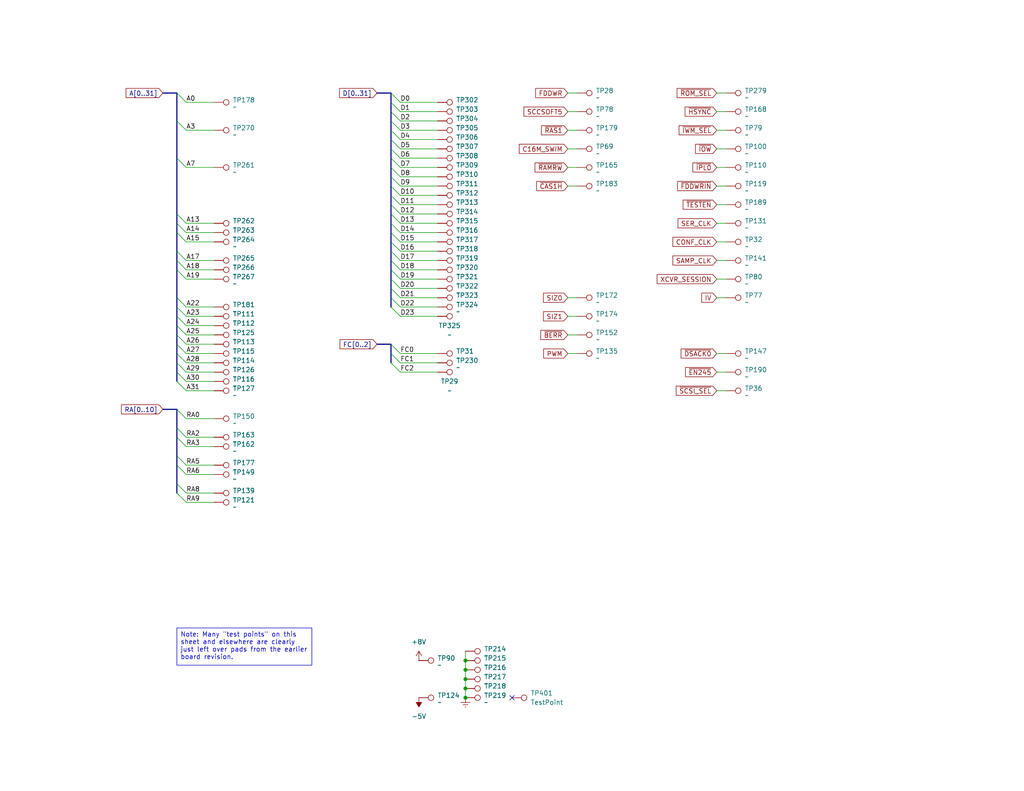
<source format=kicad_sch>
(kicad_sch (version 20250114) (generator "eeschema") (generator_version "9.0")
  (paper "USLetter")
  (title_block (title "Macintosh Classic II Revision B") (date "2025-06-04") (company "Apple Computer") (comment 1 "drawn by Bradley Bell"))
  (lib_symbols
    (symbol "Connector:TestPoint" (pin_numbers (hide yes)) (pin_names (offset 0.762) (hide yes))
      (property "Reference" "TP" (at 0 6.858 0))
      (property "Value" "TestPoint" (at 0 5.08 0))
      (symbol "TestPoint_0_1"
        (circle (center 0 3.302) (radius 0.762))
      )
      (symbol "TestPoint_1_1"
        (pin passive line (at 0 0 90) (length 2.54) (name "1") (number "1"))
      )
    )
    (symbol "power:+8V" (power) (pin_numbers (hide yes)) (pin_names (offset 0) (hide yes))
      (property "Value" "+8V" (at 0 3.556 0))
      (symbol "+8V_0_1"
        (polyline (pts (xy -0.762 1.27) (xy 0 2.54)))
        (polyline (pts (xy 0 2.54) (xy 0.762 1.27)))
        (polyline (pts (xy 0 0) (xy 0 2.54)))
      )
      (symbol "+8V_1_1"
        (pin power_in line (at 0 0 90) (length 0) (name "~") (number "1"))
      )
    )
    (symbol "power:-5V" (power) (pin_numbers (hide yes)) (pin_names (offset 0) (hide yes))
      (property "Value" "-5V" (at 0 3.556 0))
      (symbol "-5V_0_0"
        (pin power_in line (at 0 0 90) (length 0) (name "~") (number "1"))
      )
      (symbol "-5V_0_1"
        (polyline (pts (xy 0 0) (xy 0 1.27) (xy 0.762 1.27) (xy 0 2.54) (xy -0.762 1.27) (xy 0 1.27)) (fill (type outline)))
      )
    )
    (symbol "power:GNDREF" (power) (pin_numbers (hide yes)) (pin_names (offset 0) (hide yes))
      (property "Value" "GNDREF" (at 0 -3.81 0))
      (symbol "GNDREF_0_1"
        (polyline (pts (xy -0.635 -1.905) (xy 0.635 -1.905)))
        (polyline (pts (xy -0.127 -2.54) (xy 0.127 -2.54)))
        (polyline (pts (xy 0 -1.27) (xy 0 0)))
        (polyline (pts (xy 1.27 -1.27) (xy -1.27 -1.27)))
      )
      (symbol "GNDREF_1_1"
        (pin power_in line (at 0 0 270) (length 0) (name "~") (number "1"))
      )
    )
  )
  (text_box "Note: Many \"test points\" on this sheet and elsewhere are clearly just left over pads from the earlier board revision." (at 48.26 171.45 0) (size 36.83 10.16) (margins 0.9525 0.9525 0.9525 0.9525) (effects (font (size 1.27 1.27)) (justify left top)))
  (junction (at 127 180.34))
  (junction (at 127 190.5))
  (junction (at 127 187.96))
  (junction (at 127 185.42))
  (junction (at 127 182.88))
  (no_connect (at 139.7 190.5))
  (bus_entry (at 109.22 101.6) (size -2.54 -2.54))
  (bus_entry (at 109.22 68.58) (size -2.54 -2.54))
  (bus_entry (at 109.22 35.56) (size -2.54 -2.54))
  (bus_entry (at 109.22 40.64) (size -2.54 -2.54))
  (bus_entry (at 48.26 25.4) (size 2.54 2.54))
  (bus_entry (at 109.22 81.28) (size -2.54 -2.54))
  (bus_entry (at 50.8 134.62) (size -2.54 -2.54))
  (bus_entry (at 109.22 76.2) (size -2.54 -2.54))
  (bus_entry (at 50.8 114.3) (size -2.54 -2.54))
  (bus_entry (at 109.22 43.18) (size -2.54 -2.54))
  (bus_entry (at 48.26 73.66) (size 2.54 2.54))
  (bus_entry (at 48.26 81.28) (size 2.54 2.54))
  (bus_entry (at 109.22 86.36) (size -2.54 -2.54))
  (bus_entry (at 48.26 104.14) (size 2.54 2.54))
  (bus_entry (at 48.26 63.5) (size 2.54 2.54))
  (bus_entry (at 109.22 55.88) (size -2.54 -2.54))
  (bus_entry (at 48.26 68.58) (size 2.54 2.54))
  (bus_entry (at 48.26 96.52) (size 2.54 2.54))
  (bus_entry (at 109.22 96.52) (size -2.54 -2.54))
  (bus_entry (at 109.22 60.96) (size -2.54 -2.54))
  (bus_entry (at 109.22 53.34) (size -2.54 -2.54))
  (bus_entry (at 109.22 50.8) (size -2.54 -2.54))
  (bus_entry (at 50.8 121.92) (size -2.54 -2.54))
  (bus_entry (at 109.22 38.1) (size -2.54 -2.54))
  (bus_entry (at 48.26 60.96) (size 2.54 2.54))
  (bus_entry (at 48.26 101.6) (size 2.54 2.54))
  (bus_entry (at 109.22 58.42) (size -2.54 -2.54))
  (bus_entry (at 48.26 99.06) (size 2.54 2.54))
  (bus_entry (at 109.22 71.12) (size -2.54 -2.54))
  (bus_entry (at 48.26 88.9) (size 2.54 2.54))
  (bus_entry (at 109.22 83.82) (size -2.54 -2.54))
  (bus_entry (at 48.26 71.12) (size 2.54 2.54))
  (bus_entry (at 48.26 33.02) (size 2.54 2.54))
  (bus_entry (at 50.8 137.16) (size -2.54 -2.54))
  (bus_entry (at 48.26 86.36) (size 2.54 2.54))
  (bus_entry (at 48.26 58.42) (size 2.54 2.54))
  (bus_entry (at 48.26 43.18) (size 2.54 2.54))
  (bus_entry (at 50.8 127) (size -2.54 -2.54))
  (bus_entry (at 109.22 73.66) (size -2.54 -2.54))
  (bus_entry (at 109.22 78.74) (size -2.54 -2.54))
  (bus_entry (at 109.22 33.02) (size -2.54 -2.54))
  (bus_entry (at 50.8 119.38) (size -2.54 -2.54))
  (bus_entry (at 109.22 63.5) (size -2.54 -2.54))
  (bus_entry (at 109.22 99.06) (size -2.54 -2.54))
  (bus_entry (at 50.8 129.54) (size -2.54 -2.54))
  (bus_entry (at 48.26 93.98) (size 2.54 2.54))
  (bus_entry (at 109.22 27.94) (size -2.54 -2.54))
  (bus_entry (at 48.26 83.82) (size 2.54 2.54))
  (bus_entry (at 109.22 48.26) (size -2.54 -2.54))
  (bus_entry (at 109.22 45.72) (size -2.54 -2.54))
  (bus_entry (at 109.22 30.48) (size -2.54 -2.54))
  (bus_entry (at 48.26 91.44) (size 2.54 2.54))
  (bus_entry (at 109.22 66.04) (size -2.54 -2.54))
  (bus (pts (xy 48.26 73.66) (xy 48.26 81.28)))
  (wire (pts (xy 119.38 99.06) (xy 109.22 99.06)))
  (bus (pts (xy 48.26 86.36) (xy 48.26 83.82)))
  (wire (pts (xy 50.8 129.54) (xy 58.42 129.54)))
  (wire (pts (xy 50.8 114.3) (xy 58.42 114.3)))
  (wire (pts (xy 58.42 106.68) (xy 50.8 106.68)))
  (bus (pts (xy 106.68 68.58) (xy 106.68 66.04)))
  (bus (pts (xy 48.26 104.14) (xy 48.26 101.6)))
  (wire (pts (xy 50.8 134.62) (xy 58.42 134.62)))
  (wire (pts (xy 198.12 25.4) (xy 195.58 25.4)))
  (wire (pts (xy 58.42 104.14) (xy 50.8 104.14)))
  (bus (pts (xy 48.26 96.52) (xy 48.26 93.98)))
  (bus (pts (xy 48.26 111.76) (xy 44.45 111.76)))
  (wire (pts (xy 119.38 45.72) (xy 109.22 45.72)))
  (bus (pts (xy 48.26 63.5) (xy 48.26 68.58)))
  (bus (pts (xy 48.26 101.6) (xy 48.26 99.06)))
  (bus (pts (xy 48.26 73.66) (xy 48.26 71.12)))
  (wire (pts (xy 127 190.5) (xy 127 187.96)))
  (wire (pts (xy 157.48 45.72) (xy 154.94 45.72)))
  (wire (pts (xy 157.48 50.8) (xy 154.94 50.8)))
  (wire (pts (xy 119.38 40.64) (xy 109.22 40.64)))
  (wire (pts (xy 198.12 60.96) (xy 195.58 60.96)))
  (wire (pts (xy 119.38 68.58) (xy 109.22 68.58)))
  (wire (pts (xy 198.12 45.72) (xy 195.58 45.72)))
  (wire (pts (xy 50.8 71.12) (xy 58.42 71.12)))
  (bus (pts (xy 106.68 45.72) (xy 106.68 43.18)))
  (wire (pts (xy 119.38 63.5) (xy 109.22 63.5)))
  (wire (pts (xy 50.8 137.16) (xy 58.42 137.16)))
  (bus (pts (xy 44.45 25.4) (xy 48.26 25.4)))
  (wire (pts (xy 154.94 91.44) (xy 157.48 91.44)))
  (wire (pts (xy 58.42 60.96) (xy 50.8 60.96)))
  (wire (pts (xy 157.48 30.48) (xy 154.94 30.48)))
  (wire (pts (xy 119.38 73.66) (xy 109.22 73.66)))
  (wire (pts (xy 109.22 101.6) (xy 119.38 101.6)))
  (wire (pts (xy 58.42 91.44) (xy 50.8 91.44)))
  (bus (pts (xy 106.68 35.56) (xy 106.68 33.02)))
  (bus (pts (xy 106.68 40.64) (xy 106.68 38.1)))
  (bus (pts (xy 48.26 119.38) (xy 48.26 124.46)))
  (bus (pts (xy 106.68 93.98) (xy 102.87 93.98)))
  (bus (pts (xy 106.68 63.5) (xy 106.68 60.96)))
  (wire (pts (xy 109.22 96.52) (xy 119.38 96.52)))
  (wire (pts (xy 58.42 101.6) (xy 50.8 101.6)))
  (bus (pts (xy 106.68 38.1) (xy 106.68 35.56)))
  (wire (pts (xy 119.38 43.18) (xy 109.22 43.18)))
  (bus (pts (xy 106.68 53.34) (xy 106.68 50.8)))
  (wire (pts (xy 119.38 33.02) (xy 109.22 33.02)))
  (wire (pts (xy 195.58 96.52) (xy 198.12 96.52)))
  (bus (pts (xy 106.68 50.8) (xy 106.68 48.26)))
  (bus (pts (xy 106.68 30.48) (xy 106.68 27.94)))
  (wire (pts (xy 58.42 83.82) (xy 50.8 83.82)))
  (wire (pts (xy 157.48 25.4) (xy 154.94 25.4)))
  (bus (pts (xy 48.26 71.12) (xy 48.26 68.58)))
  (bus (pts (xy 48.26 111.76) (xy 48.26 116.84)))
  (wire (pts (xy 119.38 58.42) (xy 109.22 58.42)))
  (wire (pts (xy 127 187.96) (xy 127 185.42)))
  (bus (pts (xy 48.26 91.44) (xy 48.26 88.9)))
  (wire (pts (xy 119.38 76.2) (xy 109.22 76.2)))
  (wire (pts (xy 119.38 30.48) (xy 109.22 30.48)))
  (wire (pts (xy 119.38 35.56) (xy 109.22 35.56)))
  (wire (pts (xy 198.12 81.28) (xy 195.58 81.28)))
  (wire (pts (xy 127 185.42) (xy 127 182.88)))
  (wire (pts (xy 50.8 121.92) (xy 58.42 121.92)))
  (wire (pts (xy 119.38 86.36) (xy 109.22 86.36)))
  (wire (pts (xy 50.8 63.5) (xy 58.42 63.5)))
  (bus (pts (xy 48.26 60.96) (xy 48.26 58.42)))
  (wire (pts (xy 198.12 101.6) (xy 195.58 101.6)))
  (bus (pts (xy 48.26 63.5) (xy 48.26 60.96)))
  (bus (pts (xy 106.68 96.52) (xy 106.68 93.98)))
  (wire (pts (xy 119.38 48.26) (xy 109.22 48.26)))
  (wire (pts (xy 198.12 71.12) (xy 195.58 71.12)))
  (bus (pts (xy 106.68 48.26) (xy 106.68 45.72)))
  (bus (pts (xy 106.68 33.02) (xy 106.68 30.48)))
  (bus (pts (xy 106.68 55.88) (xy 106.68 53.34)))
  (bus (pts (xy 48.26 99.06) (xy 48.26 96.52)))
  (wire (pts (xy 119.38 66.04) (xy 109.22 66.04)))
  (bus (pts (xy 48.26 93.98) (xy 48.26 91.44)))
  (bus (pts (xy 48.26 25.4) (xy 48.26 33.02)))
  (wire (pts (xy 50.8 119.38) (xy 58.42 119.38)))
  (bus (pts (xy 106.68 73.66) (xy 106.68 71.12)))
  (bus (pts (xy 106.68 27.94) (xy 106.68 25.4)))
  (bus (pts (xy 106.68 76.2) (xy 106.68 73.66)))
  (wire (pts (xy 154.94 35.56) (xy 157.48 35.56)))
  (wire (pts (xy 119.38 53.34) (xy 109.22 53.34)))
  (wire (pts (xy 198.12 106.68) (xy 195.58 106.68)))
  (bus (pts (xy 48.26 134.62) (xy 48.26 132.08)))
  (wire (pts (xy 119.38 38.1) (xy 109.22 38.1)))
  (wire (pts (xy 127 182.88) (xy 127 180.34)))
  (wire (pts (xy 198.12 50.8) (xy 195.58 50.8)))
  (wire (pts (xy 119.38 50.8) (xy 109.22 50.8)))
  (bus (pts (xy 48.26 88.9) (xy 48.26 86.36)))
  (wire (pts (xy 58.42 35.56) (xy 50.8 35.56)))
  (bus (pts (xy 106.68 60.96) (xy 106.68 58.42)))
  (wire (pts (xy 58.42 88.9) (xy 50.8 88.9)))
  (wire (pts (xy 119.38 55.88) (xy 109.22 55.88)))
  (bus (pts (xy 48.26 33.02) (xy 48.26 43.18)))
  (bus (pts (xy 106.68 71.12) (xy 106.68 68.58)))
  (bus (pts (xy 106.68 25.4) (xy 102.87 25.4)))
  (wire (pts (xy 119.38 27.94) (xy 109.22 27.94)))
  (wire (pts (xy 58.42 99.06) (xy 50.8 99.06)))
  (wire (pts (xy 198.12 55.88) (xy 195.58 55.88)))
  (bus (pts (xy 106.68 99.06) (xy 106.68 96.52)))
  (wire (pts (xy 119.38 78.74) (xy 109.22 78.74)))
  (wire (pts (xy 154.94 86.36) (xy 157.48 86.36)))
  (wire (pts (xy 58.42 86.36) (xy 50.8 86.36)))
  (bus (pts (xy 106.68 78.74) (xy 106.68 76.2)))
  (wire (pts (xy 119.38 60.96) (xy 109.22 60.96)))
  (wire (pts (xy 119.38 71.12) (xy 109.22 71.12)))
  (bus (pts (xy 48.26 83.82) (xy 48.26 81.28)))
  (bus (pts (xy 106.68 43.18) (xy 106.68 40.64)))
  (wire (pts (xy 157.48 96.52) (xy 154.94 96.52)))
  (wire (pts (xy 58.42 93.98) (xy 50.8 93.98)))
  (wire (pts (xy 119.38 83.82) (xy 109.22 83.82)))
  (bus (pts (xy 48.26 43.18) (xy 48.26 58.42)))
  (bus (pts (xy 106.68 63.5) (xy 106.68 66.04)))
  (wire (pts (xy 157.48 40.64) (xy 154.94 40.64)))
  (wire (pts (xy 50.8 73.66) (xy 58.42 73.66)))
  (wire (pts (xy 50.8 66.04) (xy 58.42 66.04)))
  (wire (pts (xy 198.12 40.64) (xy 195.58 40.64)))
  (wire (pts (xy 198.12 66.04) (xy 195.58 66.04)))
  (bus (pts (xy 48.26 127) (xy 48.26 132.08)))
  (wire (pts (xy 119.38 81.28) (xy 109.22 81.28)))
  (bus (pts (xy 106.68 83.82) (xy 106.68 81.28)))
  (wire (pts (xy 50.8 127) (xy 58.42 127)))
  (wire (pts (xy 58.42 27.94) (xy 50.8 27.94)))
  (bus (pts (xy 106.68 81.28) (xy 106.68 78.74)))
  (bus (pts (xy 106.68 58.42) (xy 106.68 55.88)))
  (wire (pts (xy 198.12 30.48) (xy 195.58 30.48)))
  (wire (pts (xy 198.12 35.56) (xy 195.58 35.56)))
  (bus (pts (xy 48.26 119.38) (xy 48.26 116.84)))
  (wire (pts (xy 198.12 76.2) (xy 195.58 76.2)))
  (wire (pts (xy 127 180.34) (xy 127 177.8)))
  (bus (pts (xy 48.26 127) (xy 48.26 124.46)))
  (wire (pts (xy 154.94 81.28) (xy 157.48 81.28)))
  (wire (pts (xy 58.42 96.52) (xy 50.8 96.52)))
  (wire (pts (xy 58.42 45.72) (xy 50.8 45.72)))
  (wire (pts (xy 50.8 76.2) (xy 58.42 76.2)))
  (label "A18" (at 50.8 73.66 0))
  (label "D15" (at 109.22 66.04 0))
  (label "D7" (at 109.22 45.72 0))
  (label "A28" (at 50.8 99.06 0))
  (label "D12" (at 109.22 58.42 0))
  (label "A19" (at 50.8 76.2 0))
  (label "A30" (at 50.8 104.14 0))
  (label "D23" (at 109.22 86.36 0))
  (label "D21" (at 109.22 81.28 0))
  (label "D20" (at 109.22 78.74 0))
  (label "A3" (at 50.8 35.56 0))
  (label "D6" (at 109.22 43.18 0))
  (label "A26" (at 50.8 93.98 0))
  (label "D22" (at 109.22 83.82 0))
  (label "D13" (at 109.22 60.96 0))
  (label "D4" (at 109.22 38.1 0))
  (label "A29" (at 50.8 101.6 0))
  (label "D10" (at 109.22 53.34 0))
  (label "D5" (at 109.22 40.64 0))
  (label "A31" (at 50.8 106.68 0))
  (label "A17" (at 50.8 71.12 0))
  (label "FC2" (at 109.22 101.6 0))
  (label "RA6" (at 50.8 129.54 0))
  (label "D14" (at 109.22 63.5 0))
  (label "D17" (at 109.22 71.12 0))
  (label "RA3" (at 50.8 121.92 0))
  (label "D9" (at 109.22 50.8 0))
  (label "D3" (at 109.22 35.56 0))
  (label "RA8" (at 50.8 134.62 0))
  (label "RA9" (at 50.8 137.16 0))
  (label "RA2" (at 50.8 119.38 0))
  (label "A24" (at 50.8 88.9 0))
  (label "RA0" (at 50.8 114.3 0))
  (label "A7" (at 50.8 45.72 0))
  (label "D16" (at 109.22 68.58 0))
  (label "A14" (at 50.8 63.5 0))
  (label "A22" (at 50.8 83.82 0))
  (label "A27" (at 50.8 96.52 0))
  (label "D19" (at 109.22 76.2 0))
  (label "D11" (at 109.22 55.88 0))
  (label "D1" (at 109.22 30.48 0))
  (label "D0" (at 109.22 27.94 0))
  (label "A23" (at 50.8 86.36 0))
  (label "D8" (at 109.22 48.26 0))
  (label "RA5" (at 50.8 127 0))
  (label "D18" (at 109.22 73.66 0))
  (label "A25" (at 50.8 91.44 0))
  (label "A13" (at 50.8 60.96 0))
  (label "FC1" (at 109.22 99.06 0))
  (label "FC0" (at 109.22 96.52 0))
  (label "A15" (at 50.8 66.04 0))
  (label "D2" (at 109.22 33.02 0))
  (label "A0" (at 50.8 27.94 0))
  (global_label "~{IWM_SEL}" (shape input) (at 195.58 35.56 180) (property "Intersheetrefs" "${INTERSHEET_REFS}" (at 184.733 35.56 0) (effects (justify right))))
  (global_label "~{IPL0}" (shape input) (at 195.58 45.72 180) (property "Intersheetrefs" "${INTERSHEET_REFS}" (at 188.4824 45.72 0) (effects (justify right))))
  (global_label "RA[0..10]" (shape input) (at 44.45 111.76 180) (property "Intersheetrefs" "${INTERSHEET_REFS}" (at 32.5747 111.76 0) (effects (justify right))))
  (global_label "SIZ0" (shape input) (at 154.94 81.28 180) (property "Intersheetrefs" "${INTERSHEET_REFS}" (at 147.7215 81.28 0) (effects (justify right))))
  (global_label "C16M_SWIM" (shape input) (at 154.94 40.64 180) (property "Intersheetrefs" "${INTERSHEET_REFS}" (at 141.1297 40.64 0) (effects (justify right))))
  (global_label "~{CAS1H}" (shape input) (at 154.94 50.8 180) (property "Intersheetrefs" "${INTERSHEET_REFS}" (at 145.8467 50.8 0) (effects (justify right))))
  (global_label "FDDWR" (shape input) (at 154.94 25.4 180) (property "Intersheetrefs" "${INTERSHEET_REFS}" (at 145.6048 25.4 0) (effects (justify right))))
  (global_label "~{EN245}" (shape input) (at 195.58 101.6 180) (property "Intersheetrefs" "${INTERSHEET_REFS}" (at 186.4868 101.6 0) (effects (justify right))))
  (global_label "~{IOW}" (shape input) (at 195.58 40.64 180) (property "Intersheetrefs" "${INTERSHEET_REFS}" (at 189.2081 40.64 0) (effects (justify right))))
  (global_label "~{RAMRW}" (shape input) (at 154.94 45.72 180) (property "Intersheetrefs" "${INTERSHEET_REFS}" (at 145.4234 45.72 0) (effects (justify right))))
  (global_label "~{FDDWRIN}" (shape input) (at 195.58 50.8 180) (property "Intersheetrefs" "${INTERSHEET_REFS}" (at 184.3095 50.8 0) (effects (justify right))))
  (global_label "~{HSYNC}" (shape input) (at 195.58 30.48 180) (property "Intersheetrefs" "${INTERSHEET_REFS}" (at 186.3657 30.48 0) (effects (justify right))))
  (global_label "SER_CLK" (shape input) (at 195.58 60.96 180) (property "Intersheetrefs" "${INTERSHEET_REFS}" (at 184.4306 60.96 0) (effects (justify right))))
  (global_label "PWM" (shape input) (at 154.94 96.52 180) (property "Intersheetrefs" "${INTERSHEET_REFS}" (at 147.782 96.52 0) (effects (justify right))))
  (global_label "~{TESTEN}" (shape input) (at 195.58 55.88 180) (property "Intersheetrefs" "${INTERSHEET_REFS}" (at 185.8216 55.88 0) (effects (justify right))))
  (global_label "SAMP_CLK" (shape input) (at 195.58 71.12 180) (property "Intersheetrefs" "${INTERSHEET_REFS}" (at 183.0396 71.12 0) (effects (justify right))))
  (global_label "IV" (shape input) (at 195.58 81.28 180) (property "Intersheetrefs" "${INTERSHEET_REFS}" (at 190.9014 81.28 0) (effects (justify right))))
  (global_label "CONF_CLK" (shape input) (at 195.58 66.04 180) (property "Intersheetrefs" "${INTERSHEET_REFS}" (at 183.0395 66.04 0) (effects (justify right))))
  (global_label "A[0..31]" (shape input) (at 44.45 25.4 180) (property "Intersheetrefs" "${INTERSHEET_REFS}" (at 33.8447 25.4 0) (effects (justify right))))
  (global_label "SCCSOFT5" (shape input) (at 154.94 30.48 180) (property "Intersheetrefs" "${INTERSHEET_REFS}" (at 142.3996 30.48 0) (effects (justify right))))
  (global_label "~{ROM_SEL}" (shape input) (at 195.58 25.4 180) (property "Intersheetrefs" "${INTERSHEET_REFS}" (at 184.1887 25.4 0) (effects (justify right))))
  (global_label "~{RAS1}" (shape input) (at 154.94 35.56 180) (property "Intersheetrefs" "${INTERSHEET_REFS}" (at 147.1772 35.56 0) (effects (justify right))))
  (global_label "~{DSACK0}" (shape input) (at 195.58 96.52 180) (property "Intersheetrefs" "${INTERSHEET_REFS}" (at 185.2772 96.52 0) (effects (justify right))))
  (global_label "XCVR_SESSION" (shape input) (at 195.58 76.2 180) (property "Intersheetrefs" "${INTERSHEET_REFS}" (at 178.7458 76.2 0) (effects (justify right))))
  (global_label "D[0..31]" (shape input) (at 102.87 25.4 180) (property "Intersheetrefs" "${INTERSHEET_REFS}" (at 92.0833 25.4 0) (effects (justify right))))
  (global_label "~{BERR}" (shape input) (at 154.94 91.44 180) (property "Intersheetrefs" "${INTERSHEET_REFS}" (at 146.9958 91.44 0) (effects (justify right))))
  (global_label "SIZ1" (shape input) (at 154.94 86.36 180) (property "Intersheetrefs" "${INTERSHEET_REFS}" (at 147.7215 86.36 0) (effects (justify right))))
  (global_label "~{SCSI_SEL}" (shape input) (at 195.58 106.68 180) (property "Intersheetrefs" "${INTERSHEET_REFS}" (at 183.9468 106.68 0) (effects (justify right))))
  (global_label "FC[0..2]" (shape input) (at 102.87 93.98 180) (property "Intersheetrefs" "${INTERSHEET_REFS}" (at 92.2042 93.98 0) (effects (justify right))))
  (symbol (lib_id "Connector:TestPoint") (at 139.7 190.5 270) (unit 1)
    (property "Reference" "TP401" (at 144.78 189.2299 90) (effects (justify left)))
    (property "Value" "TestPoint" (at 144.78 191.7699 90) (effects (justify left)))
    (property "Footprint" "TestPoint:TestPoint_Pad_1.5x1.5mm" (effects (hide yes)))
    (property "Description" "test point" (effects (hide yes)))
  )
  (symbol (lib_id "Connector:TestPoint") (at 119.38 96.52 270) (unit 1)
    (property "Reference" "TP31" (at 124.46 95.8849 90) (effects (justify left)))
    (property "Value" "~" (at 124.46 97.79 90) (effects (justify left)))
    (property "Footprint" "MyPackage:TestPoint_THTPad_D1.0mm_Drill0.5mm" (effects (hide yes)))
    (property "Description" "test point" (effects (hide yes)))
  )
  (symbol (lib_id "Connector:TestPoint") (at 198.12 106.68 270) (unit 1)
    (property "Reference" "TP36" (at 203.2 106.0449 90) (effects (justify left)))
    (property "Value" "~" (at 203.2 107.95 90) (effects (justify left)))
    (property "Footprint" "MyPackage:TestPoint_THTPad_D1.0mm_Drill0.5mm" (effects (hide yes)))
    (property "Description" "test point" (effects (hide yes)))
  )
  (symbol (lib_id "Connector:TestPoint") (at 198.12 66.04 270) (mirror x) (unit 1)
    (property "Reference" "TP32" (at 203.2 65.4049 90) (effects (justify left)))
    (property "Value" "~" (at 203.2 67.31 90) (effects (justify left)))
    (property "Footprint" "MyPackage:TestPoint_THTPad_D1.0mm_Drill0.5mm" (effects (hide yes)))
    (property "Description" "test point" (effects (hide yes)))
  )
  (symbol (lib_id "Connector:TestPoint") (at 198.12 96.52 270) (unit 1)
    (property "Reference" "TP147" (at 203.2 95.8849 90) (effects (justify left)))
    (property "Value" "~" (at 203.2 97.79 90) (effects (justify left)))
    (property "Footprint" "MyPackage:TestPoint_THTPad_D1.0mm_Drill0.5mm" (effects (hide yes)))
    (property "Description" "test point" (effects (hide yes)))
  )
  (symbol (lib_id "Connector:TestPoint") (at 127 187.96 270) (unit 1)
    (property "Reference" "TP218" (at 132.08 187.3249 90) (effects (justify left)))
    (property "Value" "~" (at 132.08 189.23 90) (effects (justify left)))
    (property "Footprint" "MyPackage:TestPoint_THTPad_D1.0mm_Drill0.5mm" (effects (hide yes)))
    (property "Description" "test point" (effects (hide yes)))
  )
  (symbol (lib_id "Connector:TestPoint") (at 198.12 40.64 270) (mirror x) (unit 1)
    (property "Reference" "TP100" (at 203.2 40.0049 90) (effects (justify left)))
    (property "Value" "~" (at 203.2 41.91 90) (effects (justify left)))
    (property "Footprint" "MyPackage:TestPoint_THTPad_D1.0mm_Drill0.5mm" (effects (hide yes)))
    (property "Description" "test point" (effects (hide yes)))
  )
  (symbol (lib_id "Connector:TestPoint") (at 198.12 71.12 270) (mirror x) (unit 1)
    (property "Reference" "TP141" (at 203.2 70.4849 90) (effects (justify left)))
    (property "Value" "~" (at 203.2 72.39 90) (effects (justify left)))
    (property "Footprint" "MyPackage:TestPoint_THTPad_D1.0mm_Drill0.5mm" (effects (hide yes)))
    (property "Description" "test point" (effects (hide yes)))
  )
  (symbol (lib_id "Connector:TestPoint") (at 157.48 96.52 270) (mirror x) (unit 1)
    (property "Reference" "TP135" (at 162.56 95.8849 90) (effects (justify left)))
    (property "Value" "~" (at 162.56 97.79 90) (effects (justify left)))
    (property "Footprint" "MyPackage:TestPoint_Pad_D1.0mm" (effects (hide yes)))
    (property "Description" "test point" (effects (hide yes)))
  )
  (symbol (lib_id "Connector:TestPoint") (at 58.42 101.6 270) (mirror x) (unit 1)
    (property "Reference" "TP126" (at 63.5 100.9649 90) (effects (justify left)))
    (property "Value" "~" (at 63.5 102.87 90) (effects (justify left)))
    (property "Footprint" "MyPackage:TestPoint_THTPad_D1.0mm_Drill0.5mm" (effects (hide yes)))
    (property "Description" "test point" (effects (hide yes)))
  )
  (symbol (lib_id "Connector:TestPoint") (at 119.38 48.26 270) (mirror x) (unit 1)
    (property "Reference" "TP310" (at 124.46 47.6249 90) (effects (justify left)))
    (property "Value" "~" (at 124.46 49.53 90) (effects (justify left)))
    (property "Footprint" "MyPackage:TestPoint_THTPad_D1.0mm_Drill0.5mm" (effects (hide yes)))
    (property "Description" "test point" (effects (hide yes)))
  )
  (symbol (lib_id "Connector:TestPoint") (at 198.12 45.72 270) (mirror x) (unit 1)
    (property "Reference" "TP110" (at 203.2 45.0849 90) (effects (justify left)))
    (property "Value" "~" (at 203.2 46.99 90) (effects (justify left)))
    (property "Footprint" "MyPackage:TestPoint_THTPad_D1.0mm_Drill0.5mm" (effects (hide yes)))
    (property "Description" "test point" (effects (hide yes)))
  )
  (symbol (lib_id "Connector:TestPoint") (at 157.48 40.64 270) (mirror x) (unit 1)
    (property "Reference" "TP69" (at 162.56 40.0049 90) (effects (justify left)))
    (property "Value" "~" (at 162.56 41.91 90) (effects (justify left)))
    (property "Footprint" "MyPackage:TestPoint_Pad_D1.0mm" (effects (hide yes)))
    (property "Description" "test point" (effects (hide yes)))
  )
  (symbol (lib_id "Connector:TestPoint") (at 58.42 71.12 270) (mirror x) (unit 1)
    (property "Reference" "TP265" (at 63.5 70.4849 90) (effects (justify left)))
    (property "Value" "~" (at 63.5 72.39 90) (effects (justify left)))
    (property "Footprint" "MyPackage:TestPoint_THTPad_D1.0mm_Drill0.5mm" (effects (hide yes)))
    (property "Description" "test point" (effects (hide yes)))
  )
  (symbol (lib_id "Connector:TestPoint") (at 58.42 96.52 270) (mirror x) (unit 1)
    (property "Reference" "TP115" (at 63.5 95.8849 90) (effects (justify left)))
    (property "Value" "~" (at 63.5 97.79 90) (effects (justify left)))
    (property "Footprint" "MyPackage:TestPoint_THTPad_D1.0mm_Drill0.5mm" (effects (hide yes)))
    (property "Description" "test point" (effects (hide yes)))
  )
  (symbol (lib_id "Connector:TestPoint") (at 58.42 121.92 270) (mirror x) (unit 1)
    (property "Reference" "TP162" (at 63.5 121.2849 90) (effects (justify left)))
    (property "Value" "~" (at 63.5 123.19 90) (effects (justify left)))
    (property "Footprint" "MyPackage:TestPoint_Pad_D1.0mm" (effects (hide yes)))
    (property "Description" "test point" (effects (hide yes)))
  )
  (symbol (lib_id "Connector:TestPoint") (at 58.42 63.5 270) (mirror x) (unit 1)
    (property "Reference" "TP263" (at 63.5 62.8649 90) (effects (justify left)))
    (property "Value" "~" (at 63.5 64.77 90) (effects (justify left)))
    (property "Footprint" "MyPackage:TestPoint_THTPad_D1.0mm_Drill0.5mm" (effects (hide yes)))
    (property "Description" "test point" (effects (hide yes)))
  )
  (symbol (lib_id "Connector:TestPoint") (at 58.42 114.3 270) (mirror x) (unit 1)
    (property "Reference" "TP150" (at 63.5 113.6649 90) (effects (justify left)))
    (property "Value" "~" (at 63.5 115.57 90) (effects (justify left)))
    (property "Footprint" "MyPackage:TestPoint_Pad_D1.0mm" (effects (hide yes)))
    (property "Description" "test point" (effects (hide yes)))
  )
  (symbol (lib_id "Connector:TestPoint") (at 119.38 78.74 270) (mirror x) (unit 1)
    (property "Reference" "TP322" (at 124.46 78.1049 90) (effects (justify left)))
    (property "Value" "~" (at 124.46 80.01 90) (effects (justify left)))
    (property "Footprint" "MyPackage:TestPoint_THTPad_D1.0mm_Drill0.5mm" (effects (hide yes)))
    (property "Description" "test point" (effects (hide yes)))
  )
  (symbol (lib_id "Connector:TestPoint") (at 198.12 81.28 270) (mirror x) (unit 1)
    (property "Reference" "TP77" (at 203.2 80.6449 90) (effects (justify left)))
    (property "Value" "~" (at 203.2 82.55 90) (effects (justify left)))
    (property "Footprint" "MyPackage:TestPoint_THTPad_D1.0mm_Drill0.5mm" (effects (hide yes)))
    (property "Description" "test point" (effects (hide yes)))
  )
  (symbol (lib_id "Connector:TestPoint") (at 119.38 63.5 270) (mirror x) (unit 1)
    (property "Reference" "TP316" (at 124.46 62.8649 90) (effects (justify left)))
    (property "Value" "~" (at 124.46 64.77 90) (effects (justify left)))
    (property "Footprint" "MyPackage:TestPoint_THTPad_D1.0mm_Drill0.5mm" (effects (hide yes)))
    (property "Description" "test point" (effects (hide yes)))
  )
  (symbol (lib_id "Connector:TestPoint") (at 58.42 129.54 270) (mirror x) (unit 1)
    (property "Reference" "TP149" (at 63.5 128.9049 90) (effects (justify left)))
    (property "Value" "~" (at 63.5 130.81 90) (effects (justify left)))
    (property "Footprint" "MyPackage:TestPoint_Pad_D1.0mm" (effects (hide yes)))
    (property "Description" "test point" (effects (hide yes)))
  )
  (symbol (lib_id "Connector:TestPoint") (at 58.42 66.04 270) (mirror x) (unit 1)
    (property "Reference" "TP264" (at 63.5 65.4049 90) (effects (justify left)))
    (property "Value" "~" (at 63.5 67.31 90) (effects (justify left)))
    (property "Footprint" "MyPackage:TestPoint_THTPad_D1.0mm_Drill0.5mm" (effects (hide yes)))
    (property "Description" "test point" (effects (hide yes)))
  )
  (symbol (lib_id "Connector:TestPoint") (at 58.42 134.62 270) (mirror x) (unit 1)
    (property "Reference" "TP139" (at 63.5 133.9849 90) (effects (justify left)))
    (property "Value" "~" (at 63.5 135.89 90) (effects (justify left)))
    (property "Footprint" "MyPackage:TestPoint_THTPad_D1.0mm_Drill0.5mm" (effects (hide yes)))
    (property "Description" "test point" (effects (hide yes)))
  )
  (symbol (lib_id "Connector:TestPoint") (at 127 182.88 270) (unit 1)
    (property "Reference" "TP216" (at 132.08 182.2449 90) (effects (justify left)))
    (property "Value" "~" (at 132.08 184.15 90) (effects (justify left)))
    (property "Footprint" "MyPackage:TestPoint_THTPad_D1.0mm_Drill0.5mm" (effects (hide yes)))
    (property "Description" "test point" (effects (hide yes)))
  )
  (symbol (lib_id "Connector:TestPoint") (at 157.48 91.44 270) (unit 1)
    (property "Reference" "TP152" (at 162.56 90.8049 90) (effects (justify left)))
    (property "Value" "~" (at 162.56 92.71 90) (effects (justify left)))
    (property "Footprint" "MyPackage:TestPoint_Pad_D1.0mm" (effects (hide yes)))
    (property "Description" "test point" (effects (hide yes)))
  )
  (symbol (lib_id "Connector:TestPoint") (at 58.42 45.72 270) (mirror x) (unit 1)
    (property "Reference" "TP261" (at 63.5 45.0849 90) (effects (justify left)))
    (property "Value" "~" (at 63.5 46.99 90) (effects (justify left)))
    (property "Footprint" "MyPackage:TestPoint_THTPad_D1.0mm_Drill0.5mm" (effects (hide yes)))
    (property "Description" "test point" (effects (hide yes)))
  )
  (symbol (lib_id "Connector:TestPoint") (at 119.38 30.48 270) (mirror x) (unit 1)
    (property "Reference" "TP303" (at 124.46 29.8449 90) (effects (justify left)))
    (property "Value" "~" (at 124.46 31.75 90) (effects (justify left)))
    (property "Footprint" "MyPackage:TestPoint_THTPad_D1.0mm_Drill0.5mm" (effects (hide yes)))
    (property "Description" "test point" (effects (hide yes)))
  )
  (symbol (lib_id "Connector:TestPoint") (at 119.38 66.04 270) (mirror x) (unit 1)
    (property "Reference" "TP317" (at 124.46 65.4049 90) (effects (justify left)))
    (property "Value" "~" (at 124.46 67.31 90) (effects (justify left)))
    (property "Footprint" "MyPackage:TestPoint_THTPad_D1.0mm_Drill0.5mm" (effects (hide yes)))
    (property "Description" "test point" (effects (hide yes)))
  )
  (symbol (lib_id "Connector:TestPoint") (at 119.38 27.94 270) (mirror x) (unit 1)
    (property "Reference" "TP302" (at 124.46 27.3049 90) (effects (justify left)))
    (property "Value" "~" (at 124.46 29.21 90) (effects (justify left)))
    (property "Footprint" "MyPackage:TestPoint_THTPad_D1.0mm_Drill0.5mm" (effects (hide yes)))
    (property "Description" "test point" (effects (hide yes)))
  )
  (symbol (lib_id "Connector:TestPoint") (at 114.3 190.5 270) (unit 1)
    (property "Reference" "TP124" (at 119.38 189.8649 90) (effects (justify left)))
    (property "Value" "~" (at 119.38 191.77 90) (effects (justify left)))
    (property "Footprint" "MyPackage:TestPoint_THTPad_D1.0mm_Drill0.5mm" (effects (hide yes)))
    (property "Description" "test point" (effects (hide yes)))
  )
  (symbol (lib_id "Connector:TestPoint") (at 114.3 180.34 270) (unit 1)
    (property "Reference" "TP90" (at 119.38 179.7049 90) (effects (justify left)))
    (property "Value" "~" (at 119.38 181.61 90) (effects (justify left)))
    (property "Footprint" "MyPackage:TestPoint_THTPad_D1.0mm_Drill0.5mm" (effects (hide yes)))
    (property "Description" "test point" (effects (hide yes)))
  )
  (symbol (lib_id "Connector:TestPoint") (at 119.38 40.64 270) (mirror x) (unit 1)
    (property "Reference" "TP307" (at 124.46 40.0049 90) (effects (justify left)))
    (property "Value" "~" (at 124.46 41.91 90) (effects (justify left)))
    (property "Footprint" "MyPackage:TestPoint_THTPad_D1.0mm_Drill0.5mm" (effects (hide yes)))
    (property "Description" "test point" (effects (hide yes)))
  )
  (symbol (lib_id "Connector:TestPoint") (at 157.48 81.28 270) (unit 1)
    (property "Reference" "TP172" (at 162.56 80.6449 90) (effects (justify left)))
    (property "Value" "~" (at 162.56 82.55 90) (effects (justify left)))
    (property "Footprint" "MyPackage:TestPoint_Pad_D1.0mm" (effects (hide yes)))
    (property "Description" "test point" (effects (hide yes)))
  )
  (symbol (lib_id "Connector:TestPoint") (at 58.42 35.56 270) (mirror x) (unit 1)
    (property "Reference" "TP270" (at 63.5 34.9249 90) (effects (justify left)))
    (property "Value" "~" (at 63.5 36.83 90) (effects (justify left)))
    (property "Footprint" "MyPackage:TestPoint_THTPad_D1.0mm_Drill0.5mm" (effects (hide yes)))
    (property "Description" "test point" (effects (hide yes)))
  )
  (symbol (lib_id "Connector:TestPoint") (at 198.12 50.8 270) (mirror x) (unit 1)
    (property "Reference" "TP119" (at 203.2 50.1649 90) (effects (justify left)))
    (property "Value" "~" (at 203.2 52.07 90) (effects (justify left)))
    (property "Footprint" "MyPackage:TestPoint_THTPad_D1.0mm_Drill0.5mm" (effects (hide yes)))
    (property "Description" "test point" (effects (hide yes)))
  )
  (symbol (lib_id "Connector:TestPoint") (at 119.38 53.34 270) (mirror x) (unit 1)
    (property "Reference" "TP312" (at 124.46 52.7049 90) (effects (justify left)))
    (property "Value" "~" (at 124.46 54.61 90) (effects (justify left)))
    (property "Footprint" "MyPackage:TestPoint_THTPad_D1.0mm_Drill0.5mm" (effects (hide yes)))
    (property "Description" "test point" (effects (hide yes)))
  )
  (symbol (lib_id "Connector:TestPoint") (at 157.48 50.8 270) (mirror x) (unit 1)
    (property "Reference" "TP183" (at 162.56 50.1649 90) (effects (justify left)))
    (property "Value" "~" (at 162.56 52.07 90) (effects (justify left)))
    (property "Footprint" "MyPackage:TestPoint_Pad_D1.0mm" (effects (hide yes)))
    (property "Description" "test point" (effects (hide yes)))
  )
  (symbol (lib_id "Connector:TestPoint") (at 119.38 81.28 270) (mirror x) (unit 1)
    (property "Reference" "TP323" (at 124.46 80.6449 90) (effects (justify left)))
    (property "Value" "~" (at 124.46 82.55 90) (effects (justify left)))
    (property "Footprint" "MyPackage:TestPoint_THTPad_D1.0mm_Drill0.5mm" (effects (hide yes)))
    (property "Description" "test point" (effects (hide yes)))
  )
  (symbol (lib_id "Connector:TestPoint") (at 119.38 55.88 270) (mirror x) (unit 1)
    (property "Reference" "TP313" (at 124.46 55.2449 90) (effects (justify left)))
    (property "Value" "~" (at 124.46 57.15 90) (effects (justify left)))
    (property "Footprint" "MyPackage:TestPoint_THTPad_D1.0mm_Drill0.5mm" (effects (hide yes)))
    (property "Description" "test point" (effects (hide yes)))
  )
  (symbol (lib_id "power:+8V") (at 114.3 180.34 0) (unit 1)
    (property "Reference" "#PWR0310" (effects (hide yes)))
    (property "Value" "+8V" (at 114.3 175.26 0))
    (property "Description" "Power symbol creates a global label with name \"+8V\"" (effects (hide yes)))
  )
  (symbol (lib_id "Connector:TestPoint") (at 58.42 88.9 270) (mirror x) (unit 1)
    (property "Reference" "TP112" (at 63.5 88.2649 90) (effects (justify left)))
    (property "Value" "~" (at 63.5 90.17 90) (effects (justify left)))
    (property "Footprint" "MyPackage:TestPoint_THTPad_D1.0mm_Drill0.5mm" (effects (hide yes)))
    (property "Description" "test point" (effects (hide yes)))
  )
  (symbol (lib_id "Connector:TestPoint") (at 127 190.5 270) (unit 1)
    (property "Reference" "TP219" (at 132.08 189.8649 90) (effects (justify left)))
    (property "Value" "~" (at 132.08 191.77 90) (effects (justify left)))
    (property "Footprint" "MyPackage:TestPoint_THTPad_D1.0mm_Drill0.5mm" (effects (hide yes)))
    (property "Description" "test point" (effects (hide yes)))
  )
  (symbol (lib_id "Connector:TestPoint") (at 198.12 101.6 270) (unit 1)
    (property "Reference" "TP190" (at 203.2 100.9649 90) (effects (justify left)))
    (property "Value" "~" (at 203.2 102.87 90) (effects (justify left)))
    (property "Footprint" "MyPackage:TestPoint_THTPad_D1.0mm_Drill0.5mm" (effects (hide yes)))
    (property "Description" "test point" (effects (hide yes)))
  )
  (symbol (lib_id "Connector:TestPoint") (at 119.38 101.6 270) (unit 1)
    (property "Reference" "TP29" (at 122.682 104.14 90))
    (property "Value" "~" (at 122.682 106.68 90))
    (property "Footprint" "MyPackage:TestPoint_THTPad_D1.0mm_Drill0.5mm" (effects (hide yes)))
    (property "Description" "test point" (effects (hide yes)))
  )
  (symbol (lib_id "Connector:TestPoint") (at 58.42 73.66 270) (mirror x) (unit 1)
    (property "Reference" "TP266" (at 63.5 73.0249 90) (effects (justify left)))
    (property "Value" "~" (at 63.5 74.93 90) (effects (justify left)))
    (property "Footprint" "MyPackage:TestPoint_THTPad_D1.0mm_Drill0.5mm" (effects (hide yes)))
    (property "Description" "test point" (effects (hide yes)))
  )
  (symbol (lib_id "Connector:TestPoint") (at 119.38 35.56 270) (mirror x) (unit 1)
    (property "Reference" "TP305" (at 124.46 34.9249 90) (effects (justify left)))
    (property "Value" "~" (at 124.46 36.83 90) (effects (justify left)))
    (property "Footprint" "MyPackage:TestPoint_THTPad_D1.0mm_Drill0.5mm" (effects (hide yes)))
    (property "Description" "test point" (effects (hide yes)))
  )
  (symbol (lib_id "Connector:TestPoint") (at 119.38 60.96 270) (mirror x) (unit 1)
    (property "Reference" "TP315" (at 124.46 60.3249 90) (effects (justify left)))
    (property "Value" "~" (at 124.46 62.23 90) (effects (justify left)))
    (property "Footprint" "MyPackage:TestPoint_THTPad_D1.0mm_Drill0.5mm" (effects (hide yes)))
    (property "Description" "test point" (effects (hide yes)))
  )
  (symbol (lib_id "Connector:TestPoint") (at 198.12 55.88 270) (mirror x) (unit 1)
    (property "Reference" "TP189" (at 203.2 55.2449 90) (effects (justify left)))
    (property "Value" "~" (at 203.2 57.15 90) (effects (justify left)))
    (property "Footprint" "MyPackage:TestPoint_THTPad_D1.0mm_Drill0.5mm" (effects (hide yes)))
    (property "Description" "test point" (effects (hide yes)))
  )
  (symbol (lib_id "Connector:TestPoint") (at 198.12 60.96 270) (mirror x) (unit 1)
    (property "Reference" "TP131" (at 203.2 60.3249 90) (effects (justify left)))
    (property "Value" "~" (at 203.2 62.23 90) (effects (justify left)))
    (property "Footprint" "MyPackage:TestPoint_THTPad_D1.0mm_Drill0.5mm" (effects (hide yes)))
    (property "Description" "test point" (effects (hide yes)))
  )
  (symbol (lib_id "Connector:TestPoint") (at 157.48 45.72 270) (mirror x) (unit 1)
    (property "Reference" "TP165" (at 162.56 45.0849 90) (effects (justify left)))
    (property "Value" "~" (at 162.56 46.99 90) (effects (justify left)))
    (property "Footprint" "MyPackage:TestPoint_Pad_D1.0mm" (effects (hide yes)))
    (property "Description" "test point" (effects (hide yes)))
  )
  (symbol (lib_id "Connector:TestPoint") (at 119.38 33.02 270) (mirror x) (unit 1)
    (property "Reference" "TP304" (at 124.46 32.3849 90) (effects (justify left)))
    (property "Value" "~" (at 124.46 34.29 90) (effects (justify left)))
    (property "Footprint" "MyPackage:TestPoint_THTPad_D1.0mm_Drill0.5mm" (effects (hide yes)))
    (property "Description" "test point" (effects (hide yes)))
  )
  (symbol (lib_id "Connector:TestPoint") (at 127 180.34 270) (unit 1)
    (property "Reference" "TP215" (at 132.08 179.7049 90) (effects (justify left)))
    (property "Value" "~" (at 132.08 181.61 90) (effects (justify left)))
    (property "Footprint" "MyPackage:TestPoint_THTPad_D1.0mm_Drill0.5mm" (effects (hide yes)))
    (property "Description" "test point" (effects (hide yes)))
  )
  (symbol (lib_id "Connector:TestPoint") (at 127 177.8 270) (unit 1)
    (property "Reference" "TP214" (at 132.08 177.1649 90) (effects (justify left)))
    (property "Value" "~" (at 132.08 179.07 90) (effects (justify left)))
    (property "Footprint" "MyPackage:TestPoint_THTPad_D1.0mm_Drill0.5mm" (effects (hide yes)))
    (property "Description" "test point" (effects (hide yes)))
  )
  (symbol (lib_id "Connector:TestPoint") (at 119.38 43.18 270) (mirror x) (unit 1)
    (property "Reference" "TP308" (at 124.46 42.5449 90) (effects (justify left)))
    (property "Value" "~" (at 124.46 44.45 90) (effects (justify left)))
    (property "Footprint" "MyPackage:TestPoint_THTPad_D1.0mm_Drill0.5mm" (effects (hide yes)))
    (property "Description" "test point" (effects (hide yes)))
  )
  (symbol (lib_id "Connector:TestPoint") (at 119.38 99.06 270) (mirror x) (unit 1)
    (property "Reference" "TP230" (at 124.46 98.4249 90) (effects (justify left)))
    (property "Value" "~" (at 124.46 100.33 90) (effects (justify left)))
    (property "Footprint" "MyPackage:TestPoint_Pad_D1.0mm" (effects (hide yes)))
    (property "Description" "test point" (effects (hide yes)))
  )
  (symbol (lib_id "Connector:TestPoint") (at 198.12 35.56 270) (mirror x) (unit 1)
    (property "Reference" "TP79" (at 203.2 34.9249 90) (effects (justify left)))
    (property "Value" "~" (at 203.2 36.83 90) (effects (justify left)))
    (property "Footprint" "MyPackage:TestPoint_THTPad_D1.0mm_Drill0.5mm" (effects (hide yes)))
    (property "Description" "test point" (effects (hide yes)))
  )
  (symbol (lib_id "Connector:TestPoint") (at 58.42 76.2 270) (mirror x) (unit 1)
    (property "Reference" "TP267" (at 63.5 75.5649 90) (effects (justify left)))
    (property "Value" "~" (at 63.5 77.47 90) (effects (justify left)))
    (property "Footprint" "MyPackage:TestPoint_THTPad_D1.0mm_Drill0.5mm" (effects (hide yes)))
    (property "Description" "test point" (effects (hide yes)))
  )
  (symbol (lib_id "Connector:TestPoint") (at 58.42 27.94 270) (mirror x) (unit 1)
    (property "Reference" "TP178" (at 63.5 27.3049 90) (effects (justify left)))
    (property "Value" "~" (at 63.5 29.21 90) (effects (justify left)))
    (property "Footprint" "MyPackage:TestPoint_Pad_D1.0mm" (effects (hide yes)))
    (property "Description" "test point" (effects (hide yes)))
  )
  (symbol (lib_id "Connector:TestPoint") (at 58.42 91.44 270) (mirror x) (unit 1)
    (property "Reference" "TP125" (at 63.5 90.8049 90) (effects (justify left)))
    (property "Value" "~" (at 63.5 92.71 90) (effects (justify left)))
    (property "Footprint" "MyPackage:TestPoint_THTPad_D1.0mm_Drill0.5mm" (effects (hide yes)))
    (property "Description" "test point" (effects (hide yes)))
  )
  (symbol (lib_id "Connector:TestPoint") (at 58.42 137.16 270) (mirror x) (unit 1)
    (property "Reference" "TP121" (at 63.5 136.5249 90) (effects (justify left)))
    (property "Value" "~" (at 63.5 138.43 90) (effects (justify left)))
    (property "Footprint" "MyPackage:TestPoint_THTPad_D1.0mm_Drill0.5mm" (effects (hide yes)))
    (property "Description" "test point" (effects (hide yes)))
  )
  (symbol (lib_id "Connector:TestPoint") (at 58.42 93.98 270) (mirror x) (unit 1)
    (property "Reference" "TP113" (at 63.5 93.3449 90) (effects (justify left)))
    (property "Value" "~" (at 63.5 95.25 90) (effects (justify left)))
    (property "Footprint" "MyPackage:TestPoint_THTPad_D1.0mm_Drill0.5mm" (effects (hide yes)))
    (property "Description" "test point" (effects (hide yes)))
  )
  (symbol (lib_id "Connector:TestPoint") (at 58.42 83.82 270) (mirror x) (unit 1)
    (property "Reference" "TP181" (at 63.5 83.1849 90) (effects (justify left)))
    (property "Value" "~" (at 63.5 85.09 90) (effects (justify left)))
    (property "Footprint" "MyPackage:TestPoint_Pad_D1.0mm" (effects (hide yes)))
    (property "Description" "test point" (effects (hide yes)))
  )
  (symbol (lib_id "Connector:TestPoint") (at 58.42 106.68 270) (mirror x) (unit 1)
    (property "Reference" "TP127" (at 63.5 106.0449 90) (effects (justify left)))
    (property "Value" "~" (at 63.5 107.95 90) (effects (justify left)))
    (property "Footprint" "MyPackage:TestPoint_THTPad_D1.0mm_Drill0.5mm" (effects (hide yes)))
    (property "Description" "test point" (effects (hide yes)))
  )
  (symbol (lib_id "Connector:TestPoint") (at 119.38 73.66 270) (mirror x) (unit 1)
    (property "Reference" "TP320" (at 124.46 73.0249 90) (effects (justify left)))
    (property "Value" "~" (at 124.46 74.93 90) (effects (justify left)))
    (property "Footprint" "MyPackage:TestPoint_THTPad_D1.0mm_Drill0.5mm" (effects (hide yes)))
    (property "Description" "test point" (effects (hide yes)))
  )
  (symbol (lib_id "Connector:TestPoint") (at 119.38 58.42 270) (mirror x) (unit 1)
    (property "Reference" "TP314" (at 124.46 57.7849 90) (effects (justify left)))
    (property "Value" "~" (at 124.46 59.69 90) (effects (justify left)))
    (property "Footprint" "MyPackage:TestPoint_THTPad_D1.0mm_Drill0.5mm" (effects (hide yes)))
    (property "Description" "test point" (effects (hide yes)))
  )
  (symbol (lib_id "Connector:TestPoint") (at 157.48 35.56 270) (mirror x) (unit 1)
    (property "Reference" "TP179" (at 162.56 34.9249 90) (effects (justify left)))
    (property "Value" "~" (at 162.56 36.83 90) (effects (justify left)))
    (property "Footprint" "MyPackage:TestPoint_Pad_D1.0mm" (effects (hide yes)))
    (property "Description" "test point" (effects (hide yes)))
  )
  (symbol (lib_id "Connector:TestPoint") (at 58.42 119.38 270) (mirror x) (unit 1)
    (property "Reference" "TP163" (at 63.5 118.7449 90) (effects (justify left)))
    (property "Value" "~" (at 63.5 120.65 90) (effects (justify left)))
    (property "Footprint" "MyPackage:TestPoint_Pad_D1.0mm" (effects (hide yes)))
    (property "Description" "test point" (effects (hide yes)))
  )
  (symbol (lib_id "Connector:TestPoint") (at 119.38 38.1 270) (mirror x) (unit 1)
    (property "Reference" "TP306" (at 124.46 37.4649 90) (effects (justify left)))
    (property "Value" "~" (at 124.46 39.37 90) (effects (justify left)))
    (property "Footprint" "MyPackage:TestPoint_THTPad_D1.0mm_Drill0.5mm" (effects (hide yes)))
    (property "Description" "test point" (effects (hide yes)))
  )
  (symbol (lib_id "Connector:TestPoint") (at 119.38 68.58 270) (mirror x) (unit 1)
    (property "Reference" "TP318" (at 124.46 67.9449 90) (effects (justify left)))
    (property "Value" "~" (at 124.46 69.85 90) (effects (justify left)))
    (property "Footprint" "MyPackage:TestPoint_THTPad_D1.0mm_Drill0.5mm" (effects (hide yes)))
    (property "Description" "test point" (effects (hide yes)))
  )
  (symbol (lib_id "Connector:TestPoint") (at 58.42 86.36 270) (mirror x) (unit 1)
    (property "Reference" "TP111" (at 63.5 85.7249 90) (effects (justify left)))
    (property "Value" "~" (at 63.5 87.63 90) (effects (justify left)))
    (property "Footprint" "MyPackage:TestPoint_THTPad_D1.0mm_Drill0.5mm" (effects (hide yes)))
    (property "Description" "test point" (effects (hide yes)))
  )
  (symbol (lib_id "Connector:TestPoint") (at 119.38 86.36 270) (mirror x) (unit 1)
    (property "Reference" "TP325" (at 122.682 88.9 90))
    (property "Value" "~" (at 122.682 91.44 90))
    (property "Footprint" "MyPackage:TestPoint_THTPad_D1.0mm_Drill0.5mm" (effects (hide yes)))
    (property "Description" "test point" (effects (hide yes)))
  )
  (symbol (lib_id "Connector:TestPoint") (at 58.42 127 270) (mirror x) (unit 1)
    (property "Reference" "TP177" (at 63.5 126.3649 90) (effects (justify left)))
    (property "Value" "~" (at 63.5 128.27 90) (effects (justify left)))
    (property "Footprint" "MyPackage:TestPoint_Pad_D1.0mm" (effects (hide yes)))
    (property "Description" "test point" (effects (hide yes)))
  )
  (symbol (lib_id "Connector:TestPoint") (at 119.38 50.8 270) (mirror x) (unit 1)
    (property "Reference" "TP311" (at 124.46 50.1649 90) (effects (justify left)))
    (property "Value" "~" (at 124.46 52.07 90) (effects (justify left)))
    (property "Footprint" "MyPackage:TestPoint_THTPad_D1.0mm_Drill0.5mm" (effects (hide yes)))
    (property "Description" "test point" (effects (hide yes)))
  )
  (symbol (lib_id "power:-5V") (at 114.3 190.5 180) (unit 1)
    (property "Reference" "#PWR0311" (effects (hide yes)))
    (property "Value" "-5V" (at 114.3 195.58 0))
    (property "Description" "Power symbol creates a global label with name \"-5V\"" (effects (hide yes)))
  )
  (symbol (lib_id "Connector:TestPoint") (at 119.38 83.82 270) (mirror x) (unit 1)
    (property "Reference" "TP324" (at 124.46 83.1849 90) (effects (justify left)))
    (property "Value" "~" (at 124.46 85.09 90) (effects (justify left)))
    (property "Footprint" "MyPackage:TestPoint_THTPad_D1.0mm_Drill0.5mm" (effects (hide yes)))
    (property "Description" "test point" (effects (hide yes)))
  )
  (symbol (lib_id "Connector:TestPoint") (at 127 185.42 270) (unit 1)
    (property "Reference" "TP217" (at 132.08 184.7849 90) (effects (justify left)))
    (property "Value" "~" (at 132.08 186.69 90) (effects (justify left)))
    (property "Footprint" "MyPackage:TestPoint_THTPad_D1.0mm_Drill0.5mm" (effects (hide yes)))
    (property "Description" "test point" (effects (hide yes)))
  )
  (symbol (lib_id "Connector:TestPoint") (at 119.38 71.12 270) (mirror x) (unit 1)
    (property "Reference" "TP319" (at 124.46 70.4849 90) (effects (justify left)))
    (property "Value" "~" (at 124.46 72.39 90) (effects (justify left)))
    (property "Footprint" "MyPackage:TestPoint_THTPad_D1.0mm_Drill0.5mm" (effects (hide yes)))
    (property "Description" "test point" (effects (hide yes)))
  )
  (symbol (lib_id "Connector:TestPoint") (at 119.38 76.2 270) (mirror x) (unit 1)
    (property "Reference" "TP321" (at 124.46 75.5649 90) (effects (justify left)))
    (property "Value" "~" (at 124.46 77.47 90) (effects (justify left)))
    (property "Footprint" "MyPackage:TestPoint_THTPad_D1.0mm_Drill0.5mm" (effects (hide yes)))
    (property "Description" "test point" (effects (hide yes)))
  )
  (symbol (lib_id "Connector:TestPoint") (at 58.42 99.06 270) (mirror x) (unit 1)
    (property "Reference" "TP114" (at 63.5 98.4249 90) (effects (justify left)))
    (property "Value" "~" (at 63.5 100.33 90) (effects (justify left)))
    (property "Footprint" "MyPackage:TestPoint_THTPad_D1.0mm_Drill0.5mm" (effects (hide yes)))
    (property "Description" "test point" (effects (hide yes)))
  )
  (symbol (lib_id "power:GNDREF") (at 127 190.5 0) (unit 1)
    (property "Reference" "#PWR0302" (effects (hide yes)))
    (property "Value" "GND" (effects (hide yes)))
    (property "Description" "Power symbol creates a global label with name \"GNDREF\" , reference supply ground" (effects (hide yes)))
  )
  (symbol (lib_id "Connector:TestPoint") (at 198.12 76.2 270) (mirror x) (unit 1)
    (property "Reference" "TP80" (at 203.2 75.5649 90) (effects (justify left)))
    (property "Value" "~" (at 203.2 77.47 90) (effects (justify left)))
    (property "Footprint" "MyPackage:TestPoint_THTPad_D1.0mm_Drill0.5mm" (effects (hide yes)))
    (property "Description" "test point" (effects (hide yes)))
  )
  (symbol (lib_id "Connector:TestPoint") (at 157.48 30.48 270) (mirror x) (unit 1)
    (property "Reference" "TP78" (at 162.56 29.8449 90) (effects (justify left)))
    (property "Value" "~" (at 162.56 31.75 90) (effects (justify left)))
    (property "Footprint" "MyPackage:TestPoint_Pad_D1.0mm" (effects (hide yes)))
    (property "Description" "test point" (effects (hide yes)))
  )
  (symbol (lib_id "Connector:TestPoint") (at 198.12 25.4 270) (mirror x) (unit 1)
    (property "Reference" "TP279" (at 203.2 24.7649 90) (effects (justify left)))
    (property "Value" "~" (at 203.2 26.67 90) (effects (justify left)))
    (property "Footprint" "MyPackage:TestPoint_THTPad_D1.0mm_Drill0.5mm" (effects (hide yes)))
    (property "Description" "test point" (effects (hide yes)))
  )
  (symbol (lib_id "Connector:TestPoint") (at 58.42 60.96 270) (mirror x) (unit 1)
    (property "Reference" "TP262" (at 63.5 60.3249 90) (effects (justify left)))
    (property "Value" "~" (at 63.5 62.23 90) (effects (justify left)))
    (property "Footprint" "MyPackage:TestPoint_THTPad_D1.0mm_Drill0.5mm" (effects (hide yes)))
    (property "Description" "test point" (effects (hide yes)))
  )
  (symbol (lib_id "Connector:TestPoint") (at 119.38 45.72 270) (mirror x) (unit 1)
    (property "Reference" "TP309" (at 124.46 45.0849 90) (effects (justify left)))
    (property "Value" "~" (at 124.46 46.99 90) (effects (justify left)))
    (property "Footprint" "MyPackage:TestPoint_THTPad_D1.0mm_Drill0.5mm" (effects (hide yes)))
    (property "Description" "test point" (effects (hide yes)))
  )
  (symbol (lib_id "Connector:TestPoint") (at 58.42 104.14 270) (mirror x) (unit 1)
    (property "Reference" "TP116" (at 63.5 103.5049 90) (effects (justify left)))
    (property "Value" "~" (at 63.5 105.41 90) (effects (justify left)))
    (property "Footprint" "MyPackage:TestPoint_THTPad_D1.0mm_Drill0.5mm" (effects (hide yes)))
    (property "Description" "test point" (effects (hide yes)))
  )
  (symbol (lib_id "Connector:TestPoint") (at 157.48 86.36 270) (unit 1)
    (property "Reference" "TP174" (at 162.56 85.7249 90) (effects (justify left)))
    (property "Value" "~" (at 162.56 87.63 90) (effects (justify left)))
    (property "Footprint" "MyPackage:TestPoint_Pad_D1.0mm" (effects (hide yes)))
    (property "Description" "test point" (effects (hide yes)))
  )
  (symbol (lib_id "Connector:TestPoint") (at 198.12 30.48 270) (mirror x) (unit 1)
    (property "Reference" "TP168" (at 203.2 29.8449 90) (effects (justify left)))
    (property "Value" "~" (at 203.2 31.75 90) (effects (justify left)))
    (property "Footprint" "MyPackage:TestPoint_THTPad_D1.0mm_Drill0.5mm" (effects (hide yes)))
    (property "Description" "test point" (effects (hide yes)))
  )
  (symbol (lib_id "Connector:TestPoint") (at 157.48 25.4 270) (mirror x) (unit 1)
    (property "Reference" "TP28" (at 162.56 24.7649 90) (effects (justify left)))
    (property "Value" "~" (at 162.56 26.67 90) (effects (justify left)))
    (property "Footprint" "MyPackage:TestPoint_Pad_D1.0mm" (effects (hide yes)))
    (property "Description" "test point" (effects (hide yes)))
  )
)
</source>
